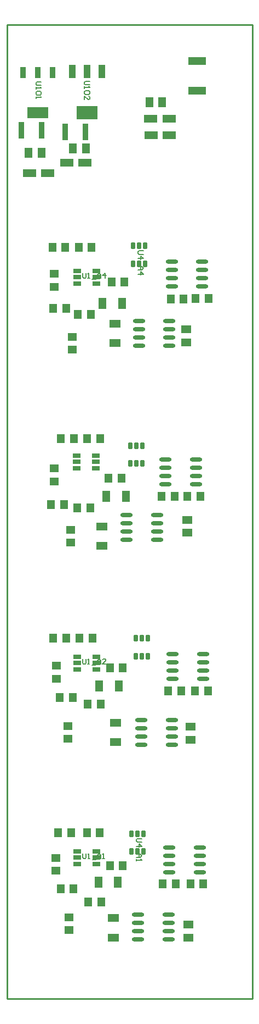
<source format=gtp>
G04*
G04 #@! TF.GenerationSoftware,Altium Limited,Altium Designer,22.9.1 (49)*
G04*
G04 Layer_Color=8421504*
%FSLAX25Y25*%
%MOIN*%
G70*
G04*
G04 #@! TF.SameCoordinates,E6D2D5AF-3703-4330-9E41-3BAFFAD507BF*
G04*
G04*
G04 #@! TF.FilePolarity,Positive*
G04*
G01*
G75*
%ADD15C,0.00591*%
%ADD18C,0.01000*%
%ADD19O,0.07480X0.02362*%
%ADD20R,0.05118X0.06102*%
%ADD21R,0.03543X0.09843*%
%ADD22R,0.04724X0.05709*%
G04:AMPARAMS|DCode=23|XSize=23.62mil|YSize=39.37mil|CornerRadius=2.01mil|HoleSize=0mil|Usage=FLASHONLY|Rotation=0.000|XOffset=0mil|YOffset=0mil|HoleType=Round|Shape=RoundedRectangle|*
%AMROUNDEDRECTD23*
21,1,0.02362,0.03535,0,0,0.0*
21,1,0.01961,0.03937,0,0,0.0*
1,1,0.00402,0.00980,-0.01768*
1,1,0.00402,-0.00980,-0.01768*
1,1,0.00402,-0.00980,0.01768*
1,1,0.00402,0.00980,0.01768*
%
%ADD23ROUNDEDRECTD23*%
%ADD24R,0.05709X0.04724*%
%ADD25R,0.07087X0.04528*%
G04:AMPARAMS|DCode=26|XSize=25.59mil|YSize=47.24mil|CornerRadius=1.92mil|HoleSize=0mil|Usage=FLASHONLY|Rotation=90.000|XOffset=0mil|YOffset=0mil|HoleType=Round|Shape=RoundedRectangle|*
%AMROUNDEDRECTD26*
21,1,0.02559,0.04341,0,0,90.0*
21,1,0.02175,0.04724,0,0,90.0*
1,1,0.00384,0.02170,0.01088*
1,1,0.00384,0.02170,-0.01088*
1,1,0.00384,-0.02170,-0.01088*
1,1,0.00384,-0.02170,0.01088*
%
%ADD26ROUNDEDRECTD26*%
%ADD27R,0.04528X0.07087*%
%ADD28R,0.06102X0.05118*%
%ADD29R,0.07874X0.04724*%
%ADD30R,0.10827X0.05034*%
G04:AMPARAMS|DCode=31|XSize=125.98mil|YSize=68.9mil|CornerRadius=2.07mil|HoleSize=0mil|Usage=FLASHONLY|Rotation=0.000|XOffset=0mil|YOffset=0mil|HoleType=Round|Shape=RoundedRectangle|*
%AMROUNDEDRECTD31*
21,1,0.12598,0.06476,0,0,0.0*
21,1,0.12185,0.06890,0,0,0.0*
1,1,0.00413,0.06093,-0.03238*
1,1,0.00413,-0.06093,-0.03238*
1,1,0.00413,-0.06093,0.03238*
1,1,0.00413,0.06093,0.03238*
%
%ADD31ROUNDEDRECTD31*%
G04:AMPARAMS|DCode=32|XSize=35.43mil|YSize=68.9mil|CornerRadius=1.95mil|HoleSize=0mil|Usage=FLASHONLY|Rotation=0.000|XOffset=0mil|YOffset=0mil|HoleType=Round|Shape=RoundedRectangle|*
%AMROUNDEDRECTD32*
21,1,0.03543,0.06500,0,0,0.0*
21,1,0.03154,0.06890,0,0,0.0*
1,1,0.00390,0.01577,-0.03250*
1,1,0.00390,-0.01577,-0.03250*
1,1,0.00390,-0.01577,0.03250*
1,1,0.00390,0.01577,0.03250*
%
%ADD32ROUNDEDRECTD32*%
G04:AMPARAMS|DCode=33|XSize=127.95mil|YSize=80.71mil|CornerRadius=2.02mil|HoleSize=0mil|Usage=FLASHONLY|Rotation=0.000|XOffset=0mil|YOffset=0mil|HoleType=Round|Shape=RoundedRectangle|*
%AMROUNDEDRECTD33*
21,1,0.12795,0.07667,0,0,0.0*
21,1,0.12392,0.08071,0,0,0.0*
1,1,0.00404,0.06196,-0.03834*
1,1,0.00404,-0.06196,-0.03834*
1,1,0.00404,-0.06196,0.03834*
1,1,0.00404,0.06196,0.03834*
%
%ADD33ROUNDEDRECTD33*%
G04:AMPARAMS|DCode=34|XSize=39.37mil|YSize=80.71mil|CornerRadius=1.97mil|HoleSize=0mil|Usage=FLASHONLY|Rotation=0.000|XOffset=0mil|YOffset=0mil|HoleType=Round|Shape=RoundedRectangle|*
%AMROUNDEDRECTD34*
21,1,0.03937,0.07677,0,0,0.0*
21,1,0.03543,0.08071,0,0,0.0*
1,1,0.00394,0.01772,-0.03839*
1,1,0.00394,-0.01772,-0.03839*
1,1,0.00394,-0.01772,0.03839*
1,1,0.00394,0.01772,0.03839*
%
%ADD34ROUNDEDRECTD34*%
D15*
X46020Y-384351D02*
Y-386975D01*
X46545Y-387500D01*
X47594D01*
X48119Y-386975D01*
Y-384351D01*
X49168Y-387500D02*
X50218D01*
X49693D01*
Y-384351D01*
X49168Y-384876D01*
X51792Y-388025D02*
X53891D01*
X54941Y-387500D02*
Y-385401D01*
X55990Y-384351D01*
X57040Y-385401D01*
Y-387500D01*
Y-385926D01*
X54941D01*
X60189Y-387500D02*
X58089D01*
X60189Y-385401D01*
Y-384876D01*
X59664Y-384351D01*
X58614D01*
X58089Y-384876D01*
X81983Y-493347D02*
X79360D01*
X78835Y-493871D01*
Y-494921D01*
X79360Y-495446D01*
X81983D01*
X78835Y-498069D02*
X81983D01*
X80409Y-496495D01*
Y-498594D01*
X78310Y-499644D02*
Y-501743D01*
X78835Y-502792D02*
X80934D01*
X81983Y-503842D01*
X80934Y-504891D01*
X78835D01*
X80409D01*
Y-502792D01*
X78835Y-505941D02*
Y-506990D01*
Y-506466D01*
X81983D01*
X81459Y-505941D01*
X46138Y-502352D02*
Y-504975D01*
X46663Y-505500D01*
X47712D01*
X48237Y-504975D01*
Y-502352D01*
X49286Y-505500D02*
X50336D01*
X49811D01*
Y-502352D01*
X49286Y-502876D01*
X51910Y-506025D02*
X54009D01*
X55059Y-505500D02*
Y-503401D01*
X56108Y-502352D01*
X57158Y-503401D01*
Y-505500D01*
Y-503926D01*
X55059D01*
X58207Y-505500D02*
X59257D01*
X58732D01*
Y-502352D01*
X58207Y-502876D01*
X46075Y-150352D02*
Y-152975D01*
X46600Y-153500D01*
X47649D01*
X48174Y-152975D01*
Y-150352D01*
X49224Y-153500D02*
X50273D01*
X49748D01*
Y-150352D01*
X49224Y-150876D01*
X51847Y-154025D02*
X53946D01*
X54996Y-153500D02*
Y-151401D01*
X56046Y-150352D01*
X57095Y-151401D01*
Y-153500D01*
Y-151926D01*
X54996D01*
X59719Y-153500D02*
Y-150352D01*
X58144Y-151926D01*
X60244D01*
X20850Y-34500D02*
X18226D01*
X17701Y-35025D01*
Y-36074D01*
X18226Y-36599D01*
X20850D01*
X17701Y-37649D02*
Y-38698D01*
Y-38173D01*
X20850D01*
X20325Y-37649D01*
Y-40273D02*
X20850Y-40797D01*
Y-41847D01*
X20325Y-42371D01*
X18226D01*
X17701Y-41847D01*
Y-40797D01*
X18226Y-40273D01*
X20325D01*
X17701Y-43421D02*
Y-44471D01*
Y-43946D01*
X20850D01*
X20325Y-43421D01*
X50306Y-34189D02*
X47682D01*
X47158Y-34714D01*
Y-35763D01*
X47682Y-36288D01*
X50306D01*
X47158Y-37338D02*
Y-38387D01*
Y-37862D01*
X50306D01*
X49782Y-37338D01*
Y-39961D02*
X50306Y-40486D01*
Y-41536D01*
X49782Y-42061D01*
X47682D01*
X47158Y-41536D01*
Y-40486D01*
X47682Y-39961D01*
X49782D01*
X47158Y-45209D02*
Y-43110D01*
X49257Y-45209D01*
X49782D01*
X50306Y-44684D01*
Y-43635D01*
X49782Y-43110D01*
X82983Y-136913D02*
X80360D01*
X79835Y-137438D01*
Y-138488D01*
X80360Y-139013D01*
X82983D01*
X79835Y-141636D02*
X82983D01*
X81409Y-140062D01*
Y-142161D01*
X79310Y-143211D02*
Y-145310D01*
X79835Y-146359D02*
X81934D01*
X82983Y-147409D01*
X81934Y-148458D01*
X79835D01*
X81409D01*
Y-146359D01*
X79835Y-151082D02*
X82983D01*
X81409Y-149508D01*
Y-151607D01*
D18*
X0Y-590551D02*
X149307D01*
X0Y-0D02*
X0Y-590551D01*
X0Y-0D02*
X149307D01*
Y-590551D02*
Y-0D01*
D19*
X98748Y-499000D02*
D03*
Y-504000D02*
D03*
Y-509000D02*
D03*
Y-514000D02*
D03*
X117252Y-499000D02*
D03*
Y-504000D02*
D03*
Y-509000D02*
D03*
Y-514000D02*
D03*
X81748Y-421500D02*
D03*
Y-426500D02*
D03*
Y-431500D02*
D03*
Y-436500D02*
D03*
X100252Y-421500D02*
D03*
Y-426500D02*
D03*
Y-431500D02*
D03*
Y-436500D02*
D03*
X100748Y-381500D02*
D03*
Y-386500D02*
D03*
Y-391500D02*
D03*
Y-396500D02*
D03*
X119252Y-381500D02*
D03*
Y-386500D02*
D03*
Y-391500D02*
D03*
Y-396500D02*
D03*
X115067Y-278500D02*
D03*
Y-273500D02*
D03*
Y-268500D02*
D03*
Y-263500D02*
D03*
X96563Y-278500D02*
D03*
Y-273500D02*
D03*
Y-268500D02*
D03*
Y-263500D02*
D03*
X91386Y-312059D02*
D03*
Y-307059D02*
D03*
Y-302059D02*
D03*
Y-297059D02*
D03*
X72882Y-312059D02*
D03*
Y-307059D02*
D03*
Y-302059D02*
D03*
Y-297059D02*
D03*
X98252Y-554500D02*
D03*
Y-549500D02*
D03*
Y-544500D02*
D03*
Y-539500D02*
D03*
X79748Y-554500D02*
D03*
Y-549500D02*
D03*
Y-544500D02*
D03*
Y-539500D02*
D03*
X118827Y-158500D02*
D03*
Y-153500D02*
D03*
Y-148500D02*
D03*
Y-143500D02*
D03*
X100323Y-158500D02*
D03*
Y-153500D02*
D03*
Y-148500D02*
D03*
Y-143500D02*
D03*
X98827Y-194500D02*
D03*
Y-189500D02*
D03*
Y-184500D02*
D03*
Y-179500D02*
D03*
X80323Y-194500D02*
D03*
Y-189500D02*
D03*
Y-184500D02*
D03*
Y-179500D02*
D03*
D20*
X40063Y-75000D02*
D03*
X47937D02*
D03*
X13063Y-77500D02*
D03*
X20937D02*
D03*
X86638Y-47000D02*
D03*
X94512D02*
D03*
D21*
X35449Y-65000D02*
D03*
X47654D02*
D03*
X8795Y-64000D02*
D03*
X21000D02*
D03*
D22*
X62693Y-390000D02*
D03*
X70567D02*
D03*
X40012Y-408000D02*
D03*
X32138D02*
D03*
X57012Y-412000D02*
D03*
X49138D02*
D03*
X36012Y-372000D02*
D03*
X28138D02*
D03*
X52012D02*
D03*
X44138D02*
D03*
X26878Y-291000D02*
D03*
X34752D02*
D03*
X42878Y-293000D02*
D03*
X50752D02*
D03*
X32878Y-251000D02*
D03*
X40752D02*
D03*
X48878D02*
D03*
X56752D02*
D03*
X105937Y-404000D02*
D03*
X98063D02*
D03*
X122437D02*
D03*
X114563D02*
D03*
X102004Y-286000D02*
D03*
X94130D02*
D03*
X117752Y-286000D02*
D03*
X109878D02*
D03*
X69752Y-275000D02*
D03*
X61878D02*
D03*
X119512Y-521000D02*
D03*
X111638D02*
D03*
X70512Y-510000D02*
D03*
X62638D02*
D03*
X102685Y-521000D02*
D03*
X94811D02*
D03*
X49445Y-532000D02*
D03*
X57319D02*
D03*
X32638Y-524000D02*
D03*
X40512D02*
D03*
X31075Y-490000D02*
D03*
X38949D02*
D03*
X48638D02*
D03*
X56512D02*
D03*
X27575Y-135000D02*
D03*
X35449D02*
D03*
X122764Y-165819D02*
D03*
X114890D02*
D03*
X107512Y-166213D02*
D03*
X99638D02*
D03*
X63638Y-156000D02*
D03*
X71512D02*
D03*
X36012Y-172000D02*
D03*
X28138D02*
D03*
X50949Y-175500D02*
D03*
X43075D02*
D03*
X43575Y-135000D02*
D03*
X51449D02*
D03*
D23*
X85815Y-382827D02*
D03*
X82075D02*
D03*
X78335D02*
D03*
Y-372000D02*
D03*
X82075D02*
D03*
X85815D02*
D03*
X82555Y-255173D02*
D03*
X78815D02*
D03*
X75075D02*
D03*
Y-266000D02*
D03*
X78815D02*
D03*
X82555D02*
D03*
X83075Y-490433D02*
D03*
X79335D02*
D03*
X75595D02*
D03*
Y-501260D02*
D03*
X79335D02*
D03*
X83075D02*
D03*
X84075Y-134000D02*
D03*
X80335D02*
D03*
X76595D02*
D03*
Y-144827D02*
D03*
X80335D02*
D03*
X84075D02*
D03*
D24*
X37075Y-425063D02*
D03*
Y-432937D02*
D03*
X30000Y-388563D02*
D03*
Y-396437D02*
D03*
X38815Y-313937D02*
D03*
Y-306063D02*
D03*
X28815Y-276874D02*
D03*
Y-269000D02*
D03*
X37575Y-548937D02*
D03*
Y-541063D02*
D03*
X29575Y-512937D02*
D03*
Y-505063D02*
D03*
X28575Y-151000D02*
D03*
Y-158874D02*
D03*
X39575Y-189063D02*
D03*
Y-196937D02*
D03*
D25*
X66075Y-434906D02*
D03*
Y-423095D02*
D03*
X57815Y-304095D02*
D03*
Y-315906D02*
D03*
X64575Y-541595D02*
D03*
Y-553406D02*
D03*
X65575Y-192969D02*
D03*
Y-181158D02*
D03*
D26*
X42713Y-383260D02*
D03*
Y-387000D02*
D03*
Y-390740D02*
D03*
X54327D02*
D03*
Y-387000D02*
D03*
Y-383260D02*
D03*
X54067Y-261260D02*
D03*
Y-265000D02*
D03*
Y-268740D02*
D03*
X42453D02*
D03*
Y-265000D02*
D03*
Y-261260D02*
D03*
X54445Y-501260D02*
D03*
Y-505000D02*
D03*
Y-508740D02*
D03*
X42831D02*
D03*
Y-505000D02*
D03*
Y-501260D02*
D03*
X42768Y-149260D02*
D03*
Y-153000D02*
D03*
Y-156740D02*
D03*
X54382D02*
D03*
Y-153000D02*
D03*
Y-149260D02*
D03*
D27*
X56232Y-401000D02*
D03*
X68043D02*
D03*
X72276Y-286000D02*
D03*
X60465D02*
D03*
X67480Y-520000D02*
D03*
X55669D02*
D03*
X58146Y-169000D02*
D03*
X69957D02*
D03*
D28*
X111575Y-433437D02*
D03*
Y-425563D02*
D03*
X109815Y-308000D02*
D03*
Y-300126D02*
D03*
X110500Y-553437D02*
D03*
Y-545563D02*
D03*
X109075Y-192437D02*
D03*
Y-184563D02*
D03*
D29*
X87575Y-67000D02*
D03*
X98598D02*
D03*
X98575Y-57000D02*
D03*
X87551D02*
D03*
X13575Y-90000D02*
D03*
X24599D02*
D03*
X36500Y-83500D02*
D03*
X47524D02*
D03*
D30*
X115575Y-21890D02*
D03*
Y-40000D02*
D03*
D31*
X18701Y-53303D02*
D03*
D32*
X9646Y-28697D02*
D03*
X18701D02*
D03*
X27756D02*
D03*
D33*
X48658Y-53189D02*
D03*
D34*
X39603Y-28189D02*
D03*
X48658D02*
D03*
X57713D02*
D03*
M02*

</source>
